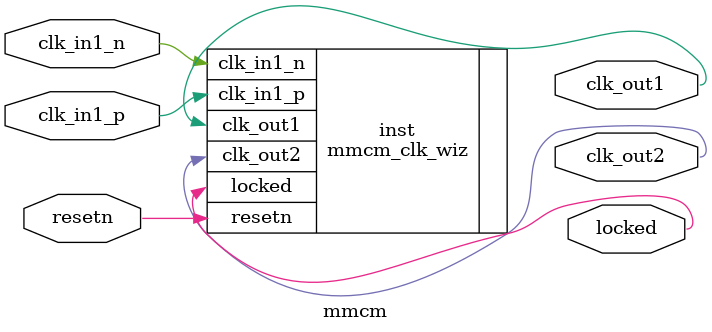
<source format=v>


`timescale 1ps/1ps

(* CORE_GENERATION_INFO = "mmcm,clk_wiz_v6_0_6_0_0,{component_name=mmcm,use_phase_alignment=true,use_min_o_jitter=false,use_max_i_jitter=false,use_dyn_phase_shift=false,use_inclk_switchover=false,use_dyn_reconfig=false,enable_axi=0,feedback_source=FDBK_AUTO,PRIMITIVE=MMCM,num_out_clk=2,clkin1_period=5.000,clkin2_period=10.0,use_power_down=false,use_reset=true,use_locked=true,use_inclk_stopped=false,feedback_type=SINGLE,CLOCK_MGR_TYPE=NA,manual_override=false}" *)

module mmcm 
 (
  // Clock out ports
  output        clk_out1,
  output        clk_out2,
  // Status and control signals
  input         resetn,
  output        locked,
 // Clock in ports
  input         clk_in1_p,
  input         clk_in1_n
 );

  mmcm_clk_wiz inst
  (
  // Clock out ports  
  .clk_out1(clk_out1),
  .clk_out2(clk_out2),
  // Status and control signals               
  .resetn(resetn), 
  .locked(locked),
 // Clock in ports
  .clk_in1_p(clk_in1_p),
  .clk_in1_n(clk_in1_n)
  );

endmodule

</source>
